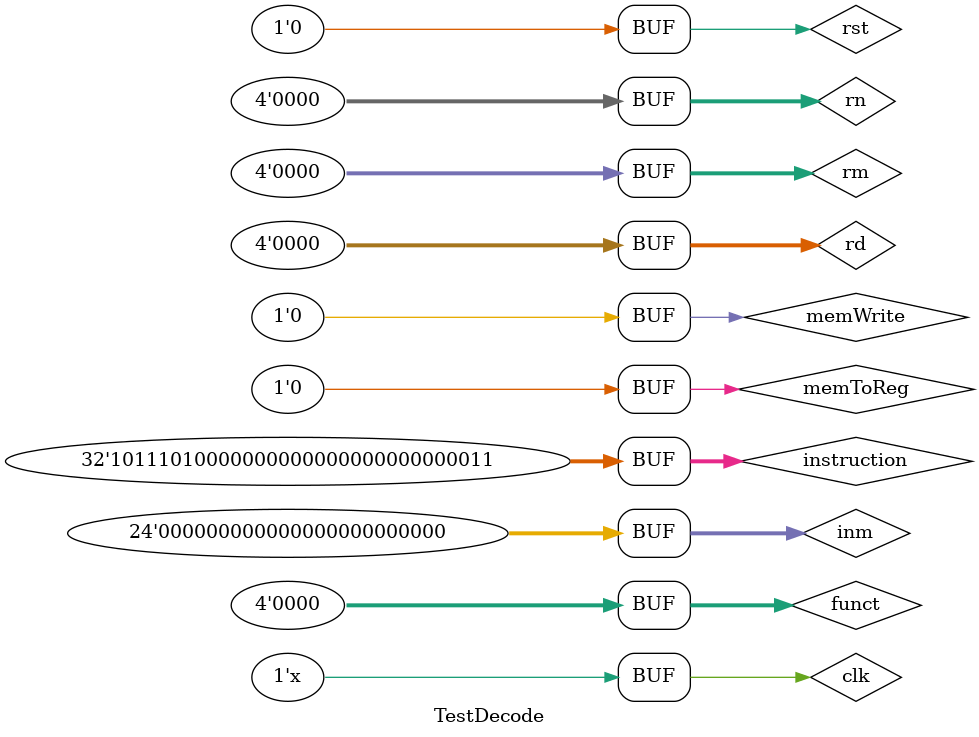
<source format=sv>
module TestDecode();	
	logic clk, rst;
	logic [31:0] instruction;

	logic memToReg;
	logic memWrite;
	logic [3:0] rd;
	logic [3:0] rn;
	logic [3:0] rm;
	logic [3:0] funct;
	logic [23:0] inm;
	
	Decode decoder(clk, rst, instruction, memToReg, memWrite, rd, rn, rm, funct, inm);
	
	initial begin
		clk = 0;
		instruction = 0;
		memToReg = 0;
		memWrite = 0;
		rd = 0;
		rn = 0;
		rm = 0;
		funct = 0;
		inm = 0;
		rst = 1; #5;
		rst = 0;
	end
	
	always begin
		instruction = 'hE0865007; #10;
		instruction = 'hE405B01A; #10;
		instruction = 'hBA000003; #10;
	end
	
	always begin
		clk = ~ clk;
	end
endmodule 
</source>
